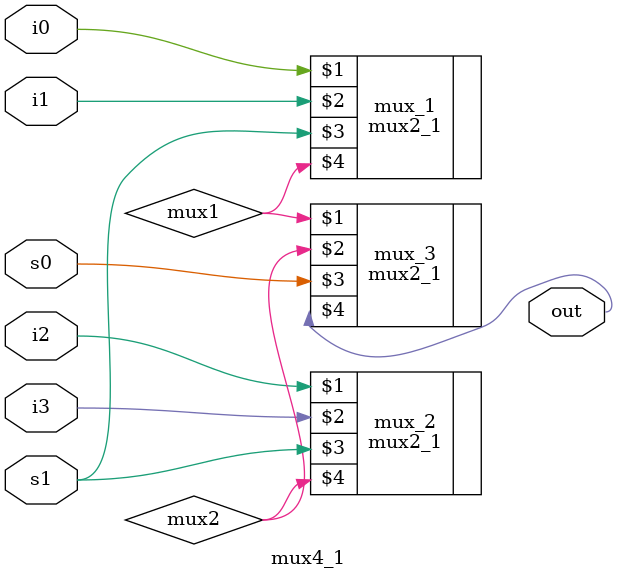
<source format=v>
module mux4_1(out,i0,i1,i2,i3,s1,s0);	// mux 4 x 1 module

input i0,i1,i2,i3,s1,s0;		// 4 input ve 2 secme girisi.
output out;
wire mux1,mux2;
mux2_1 mux_1(i0,i1,s1,mux1);	// 2 e 1 lik muxlar ile yapilir.
mux2_1 mux_2(i2,i3,s1,mux2);
mux2_1 mux_3(mux1,mux2,s0,out);

endmodule
</source>
